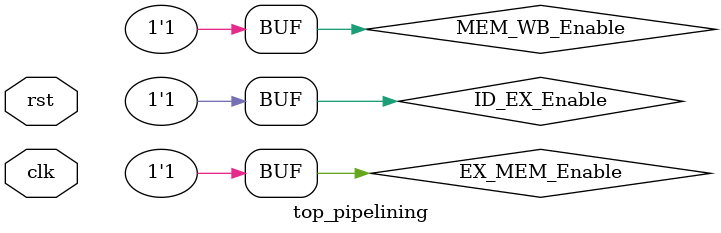
<source format=sv>
`timescale 1ns / 1ps


module top_pipelining(
        input logic clk,
        input logic rst
    );
    
    
     //IF_ID register module and wires
        logic [31:0] instr_reg, pc_reg,pc_plus4_reg;
//        logic IF_ID_Enable;
//        assign IF_ID_Enable = '1;
        
    //EX_MEM register module and wires
        logic EX_MEM_Enable;
        logic [31:0] pc_offset_reg2,rs1_reg2,alu_OUT_reg2,pc_plus4_reg1;
        logic PCsrcE, PCsrcE_reg2;
        logic MemRead_reg2,MemToReg_reg2,MemWrite_reg2;
        logic [1:0] L_type_reg2,S_type_reg2;
        assign EX_MEM_Enable = '1;
        
      //ID_EX register module and wires
          logic ID_EX_Enable;
          logic AUIPC_reg1;
          logic [31:0]rs0_reg1,rs1_reg1,im_mux_reg1,pc_reg1,instr_reg1;
          logic regWrite_reg3,regWrite_reg2, MemRead_reg1,MemWrite_reg1,MemToReg_reg1,jump_reg1,jalr_reg1,Branch_reg1,alusrc_reg1,regWrite_reg1;
         // logic [4:0]ALUop_reg1;
          logic [1:0]L_type_reg1,S_type_reg1;
          assign ID_EX_Enable = '1;
        //Rd register
        logic [4:0]Rd_E, Rd_M, Rd_W; 
       //MEM_WB register module and wires
          logic MEM_WB_Enable;
          logic [31:0] read_data_reg3, alu_OUT_reg3;
          logic MemToReg_reg3;
          assign MEM_WB_Enable = '1;

    
    
    logic [31:0]pc, pc_next, pc_plus4, pc_offset,Instruction;
    
    // imidiate to mux output
    logic [31:0]Im_mux;
        
    // PC increment logic
    assign pc_plus4  = pc + 32'd4;

    //control instructions
    //logic [4:0] ALUop;
    logic [1:0] S_type, L_type; // load store types
    logic MemWrite, MemRead,AUI_pc, MemToReg,Branch, jump, jalr, alusrc, regWrite;// control flags

    //source registers values
    logic [31:0]rs0;// for source registers
    logic [31:0]rs1;
//    logic [31:0]write_data;
    logic [31:0]alu_OUT;
    // ALU flags 
    logic zero,overflow, neg,carry;

    // alu control signal form alucontrol
    logic [4:0]Alucont;

    // data memory output
    logic [31:0]read_data;
    logic [31:0] WB_state_mux_out;
    
    
    logic [4:0]RS1D;
    logic [4:0]RS2D;
    logic [4:0]RdD;
    assign RS1D = instr_reg[19:15]; //// rs 1
    assign RS2D = instr_reg[24:20];// rs 2
    assign RdD = instr_reg[11:7];// destionation register
    logic [4:0]RS1D_reg1;
    logic [4:0]RS2D_reg1;
    
    // program counter
    PC p1(
        .clk(clk),
        .reset(rst),
        .pc_next(pc_next),
        .pc(pc)
    );

    //instruction memory
    Instruction_memory Im1(
        .counter(pc),
        .instruction(Instruction)
        );
        
    IF_ID #(.WIDTH(32)) IF_ID_reg (  
            .clk(clk),
            .rst(rst),
            //.flush(flush_D),
           // .IF_ID_Enable (stall_D),
            .pc_in (pc),
            .instr_in(Instruction), // instrucion
            .pc_plusF(pc_plus4), // pc +4
            .pc_out(pc_reg),
            .instr_out (instr_reg),
            .pc_plus4_reg(pc_plus4_reg)
             );

    //register
    Register_file #(.IS_DEPTH(5), .REGF_DEPTH(32),.REGF_WIDTH(32),.Opcode (7)) r11(
        .clk(clk),
        .rst(rst),
        .regWrite(regWrite_reg3),
        .rs1(instr_reg[19:15]), 
        .rs2(instr_reg[24:20]),
        .rd(Rd_W),
        .data_wr(WB_state_mux_out),
        .s1(rs0),
        .s2(rs1)
        );
        
        // control module instantiation 
        Control c1(
        .opcode(instr_reg[6:0]),
        .func3(instr_reg[14:12]),
        .MemRead(MemRead),
        .MemWrite(MemWrite),
        .Regwrit(regWrite),
        .MemToReg(MemToReg),
        .alusrc(alusrc),
//        .ALUop(ALUop),
        .AUI_pc(AUI_pc),
        .L_type(L_type),
        .S_type(S_type),
        .jump(jump),
        .jalr(jalr),
        .Branch(Branch)
            );  

        // immidiate generator  
        Imgen im1(
        .inst(instr_reg),
        .imm(Im_mux)
        );

    ID_EX ID_EX_reg(
    .clk(clk), 
    .rst(rst),
    .enable (ID_EX_Enable),
    .rs0(rs0),
    .rs1(rs1),
    .Im_mux(Im_mux),
    .regWrite(regWrite),
    .pc(pc_reg),
    .pc_plus4_reg(pc_plus4_reg),
    .Rd_D(instr_reg[11:7]),
    .instr_reg(instr_reg),
    .MemRead(MemRead),
    .MemWrite(MemWrite),
    .MemToReg(MemToReg),
    .alusrc(alusrc),
    //.ALUop(ALUop),
    //.AUI_pc(AUI_pc),
    .L_type(L_type),
    .S_type(S_type),
    .jump(jump),
    .jalr(jalr),
    .AUIPC(AUI_pc),
    .Branch(Branch),
    .RS1D(instr_reg[19:15]),
    .RS2D(instr_reg[24:20]),
    
    .rs0_reg1(rs0_reg1),
    .rs1_reg1(rs1_reg1),
    .regWrite_reg1(regWrite_reg1),
    .im_mux_reg1(im_mux_reg1),
    .pc_reg1(pc_reg1),
    .pc_plus4_reg1(pc_plus4_reg1),
    .instr_reg1(instr_reg1),
    .Rd_E(Rd_E),
    .MemRead_reg1(MemRead_reg1),
    .MemWrite_reg1(MemWrite_reg1),
    .MemToReg_reg1(MemToReg_reg1),
    .alusrc_reg1(alusrc_reg1),
//    .ALUop_reg1(ALUop_reg1),
    //.AUI_pc_reg1(AUI_pc_reg1),
    .L_type_reg1(L_type_reg1),
    .S_type_reg1(S_type_reg1),
    .AUIPC_reg1(AUIPC_reg1),
    .jump_reg1(jump_reg1),
    .jalr_reg1(jalr_reg1),
    .Branch_reg1(Branch_reg1),
    .RS1D_reg1(RS1D_reg1),
    .RS2D_reg1(RS2D_reg1)
    );
    
    logic [1:0]fwd_AE,fwd_BE;
    logic [31:0]To_AUIPC_MUX,ALU_srcA,to_ALU_IMM_mux,ALU_srcB;
    
       mux2b #(32)Fwding_regA(  //Forwarding register one 3_1
            .a(rs0_reg1),
            .b(WB_state_mux_out),
            .c(alu_OUT_reg2),
            .sel(fwd_AE),
            .out(To_AUIPC_MUX)
            );
      Mux #(32) ForAUIPC(       //Mux to control AUIPC 2_1
             .a(To_AUIPC_MUX),
             .b(pc_reg1 ),
             .sel(AUIPC_reg1),
             .out(ALU_srcA)   // ALU input 1
             );
       mux2b #(32)Fwding_regB(  //Forwarding register two 3_1
              .a(rs1_reg1),
              .b(WB_state_mux_out),
              .c(alu_OUT_reg2),
              .sel(fwd_BE),
              .out(to_ALU_IMM_mux)
              );
    
    //      //MUx
           Mux #(32) ALU_sourceB( //  select if to pass register or Immediate
             .a(to_ALU_IMM_mux),
             .b(im_mux_reg1 ),
             .sel(alusrc_reg1),
             .out(ALU_srcB)  // ALU input 2
             );
        //Alu control
        ALU_control a1(
            .inst(instr_reg1),
            .Alu_ctrl(Alucont) // control signal for ALU
            );

        // ALU
        ALU #(.REGF_WIDTH(32), .OP_code(5)) alu1(
        .op_code(Alucont),
        .source1(ALU_srcA),
        .source2(ALU_srcB),
        .zero(zero),
        .overflow(overflow),
        .neg(neg),
        .carry(carry),
        .out_put(alu_OUT)
            );
            
        
        assign pc_offset = pc_reg1 + im_mux_reg1;
//        assign PCsrcE = (jump_reg1 | jalr_reg1 | Branch_reg1) ? (Branch_reg1 & zero);      
        always_comb begin
            PCsrcE = 1'b0;
            if(jump_reg1)  
                PCsrcE = 1'b1;
            else if(jalr_reg1)
                PCsrcE = 1'b1;
            else if(Branch_reg1)  
                if(zero)
                    PCsrcE = 1'b1;
            else
                PCsrcE = 1'b0;
        end

    
    EX_MEM EX_MEM_reg(
    .clk(clk),
    .rst(rst),
    .Enable(EX_MEM_Enable),
    .pc_offset(pc_offset),
    .rs1_reg1(rs1_reg1),
    .alu_OUT(alu_OUT),
    //.Branch_reg1(Branch_reg1),
    .L_type_reg1(L_type_reg1),
    .S_type_reg1(S_type_reg1),
    .regWrite_reg1(regWrite_reg1),
    .MemRead_reg1(MemRead_reg1),
    .MemWrite_reg1(MemWrite_reg1),
    .MemToReg_reg1(MemToReg_reg1),
    //.AUI_pc_reg1(AUI_pc_reg1),
    //.jump_reg1(jump_reg1),
    //.jalr_reg1(jalr_reg1),
    .PCsrcE(PCsrcE),
    .Rd_E(Rd_E),
    //.zero(zero),

    .pc_offset_reg2(pc_offset_reg2),
    .rs1_reg2(rs1_reg2),
    .alu_OUT_reg2(alu_OUT_reg2),
    //.Branch_reg2(Branch_reg2),
    //.zero_reg2(zero_reg2),
    .MemRead_reg2(MemRead_reg2),
    .regWrite_reg2(regWrite_reg2),
    .MemWrite_reg2(MemWrite_reg2),
    .MemToReg_reg2(MemToReg_reg2),
    //.AUI_pc_reg2(AUI_pc_reg_2),
    .L_type_reg2(L_type_reg2),
    .S_type_reg2(S_type_reg2),
    .PCsrcE_reg2(PCsrcE_reg2),
    //.jump_reg2(jump_reg2),
    .Rd_M(Rd_M)
    //.jalr_reg2(jalr_reg2)
    );
        // Data memory
        
        data_memory d1(
            .clk(clk),
            .address(alu_OUT_reg2),
            .write_data(rs1_reg2),
            .MemRead(MemRead_reg2),
            .MemWrite(MemWrite_reg2),
            .l_type(L_type_reg2),
            .s_type(S_type_reg2),
            .read_data(read_data)
                );
                
                
             forwarding_unit fDU (
            // Source and dest register numbers
            .Rs1E(RS1D_reg1),
            .Rs2E(RS2D_reg1),
            .RdM(Rd_M),    // rd from Execute (ID/EX)
            .regWrite_M(regWrite_reg2),    // reg write from exmem
            .RdWB(Rd_W),   // rd from WriteBack (MEM/WB)
            .regWrite_W(regWrite_reg3),// reg write from write_back
            //.RdE(Rd_E),
            //.Rs1D(RS1D),
            //.Rs2D(RS2D),
            //.PCSrcE(PCsrcE),
            //.ResultSrcE(MemToReg_reg1),
        
            // Outputs
            .fwd_AE(fwd_AE),
            .fwd_BE(fwd_BE)
        );
  MEM_WB MEM_WB_reg (
    .clk(clk),
    .rst(rst),
    .Enable(MEM_WB_Enable),
    .read_data(read_data),
    .alu_OUT_reg2(alu_OUT_reg2),
    .MemToReg_reg2(MemToReg_reg2),
    .Rd_M(Rd_M),
    //.jump_reg2(jump_reg2),
    //.jalr_reg2(jalr_reg2),
    //.AUI_pc_reg2(AUI_pc_reg_2),
    .regWrite_reg2(regWrite_reg2),
    .pc_offset_reg2(pc_offset_reg2),
    // .Branch_reg2(Branch_reg2),
    //.zero_reg2(zero_reg2),
    
    .read_data_reg3(read_data_reg3),
    .Rd_W(Rd_W),
    .alu_OUT_reg3(alu_OUT_reg3),
    .MemToReg_reg3(MemToReg_reg3),
    .regWrite_reg3(regWrite_reg3)
   // .jump_reg3(jump_reg3),
  //  .jalr_reg3(jalr_reg3),
    //.pc_offset_reg3(pc_offset_reg3),
    //.AUI_pc_reg3(AUI_pc_reg3),
   // .Branch_reg3(Branch_reg3),
   // .zero_reg3(zero_reg3)
    );


    
   //  First mux
    Mux #(32) WB_state_mux (
        .a(alu_OUT_reg3),   // select read_data if MemToReg=1
        .b(read_data_reg3),     // else alu_OUT
        .sel(MemToReg_reg3),
        .out(WB_state_mux_out)
    );
     
     
    // Second mux
    Mux #(32) input_to_pc (
        .a(pc_plus4),   // 
        .b(pc_offset_reg2),      // 
        .sel(PCsrcE_reg2),
        .out(pc_next)
    );
    

endmodule

</source>
